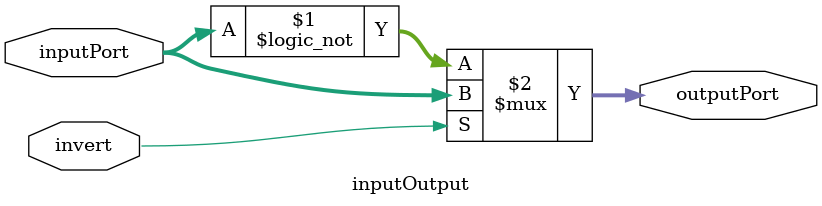
<source format=v>
`timescale 1ns / 1ps

module inputOutput(
    inputPort,
    invert,
    outputPort
    );
input   [3:0]   inputPort;
input           invert;
output  [3:0]   outputPort;

assign outputPort = invert?inputPort:!inputPort;
    
endmodule

</source>
